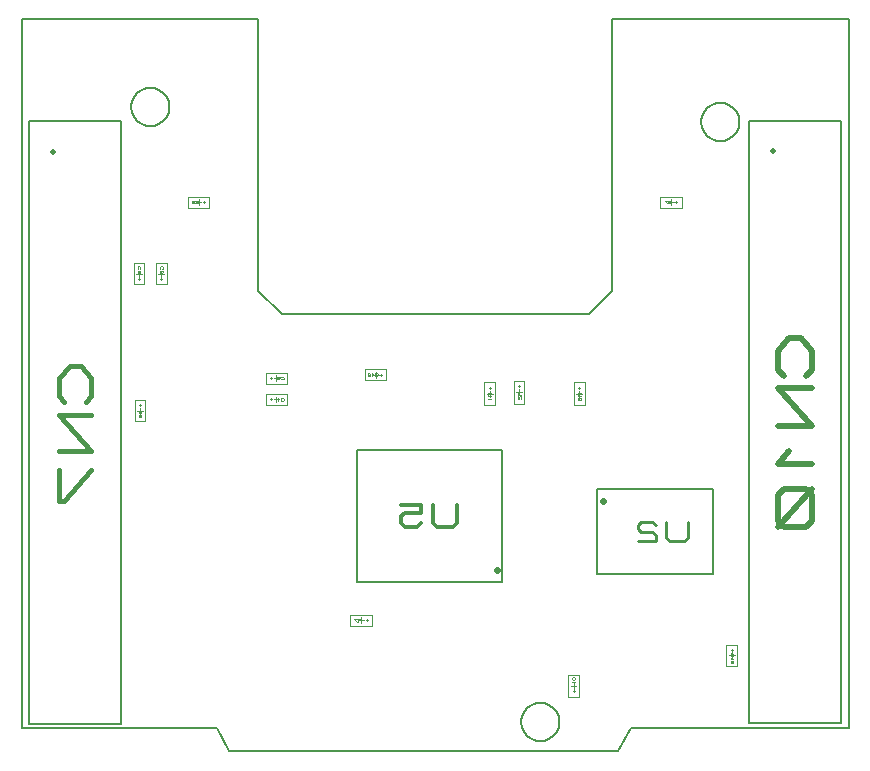
<source format=gbr>
G04 PROTEUS GERBER X2 FILE*
%TF.GenerationSoftware,Labcenter,Proteus,8.12-SP2-Build31155*%
%TF.CreationDate,2024-11-30T19:26:21+00:00*%
%TF.FileFunction,AssemblyDrawing,Bot*%
%TF.FilePolarity,Positive*%
%TF.Part,Single*%
%TF.SameCoordinates,{e6e8286e-83a0-46e7-8d5c-4e76f455a4ca}*%
%FSLAX45Y45*%
%MOMM*%
G01*
%TA.AperFunction,Profile*%
%ADD22C,0.203200*%
%TA.AperFunction,Material*%
%ADD25C,0.203200*%
%ADD61C,0.508000*%
%ADD62C,0.461430*%
%ADD63C,0.473190*%
%ADD54C,0.571500*%
%ADD64C,0.268350*%
%ADD55C,0.300520*%
%ADD57C,0.050000*%
%ADD58C,0.243840*%
%ADD65C,0.038320*%
%ADD59C,0.034990*%
%TD.AperFunction*%
D22*
X+0Y+0D02*
X+1650000Y+0D01*
X+7000000Y+0D02*
X+7000000Y+6000000D01*
X+5000000Y+6000000D01*
X+5000000Y+3700000D01*
X+4800000Y+3500000D01*
X+2200000Y+3500000D01*
X+2000000Y+3700000D02*
X+2000000Y+6000000D01*
X+0Y+6000000D01*
X+0Y+0D01*
X+2000000Y+3700000D02*
X+2200000Y+3500000D01*
X+5160000Y+0D02*
X+7000000Y+0D01*
X+1750000Y-200000D02*
X+5050000Y-200000D01*
X+1650000Y+0D02*
X+1750000Y-200000D01*
X+5160000Y+0D02*
X+5050000Y-200000D01*
X+4550045Y+50000D02*
X+4549508Y+63142D01*
X+4545144Y+89427D01*
X+4536029Y+115712D01*
X+4521182Y+141997D01*
X+4498470Y+168118D01*
X+4472185Y+187898D01*
X+4445900Y+200658D01*
X+4419615Y+208108D01*
X+4393330Y+210987D01*
X+4389000Y+211045D01*
X+4227955Y+50000D02*
X+4228492Y+63142D01*
X+4232856Y+89427D01*
X+4241971Y+115712D01*
X+4256818Y+141997D01*
X+4279530Y+168118D01*
X+4305815Y+187898D01*
X+4332100Y+200658D01*
X+4358385Y+208108D01*
X+4384670Y+210987D01*
X+4389000Y+211045D01*
X+4227955Y+50000D02*
X+4228492Y+36858D01*
X+4232856Y+10573D01*
X+4241971Y-15712D01*
X+4256818Y-41997D01*
X+4279530Y-68118D01*
X+4305815Y-87898D01*
X+4332100Y-100658D01*
X+4358385Y-108108D01*
X+4384670Y-110987D01*
X+4389000Y-111045D01*
X+4550045Y+50000D02*
X+4549508Y+36858D01*
X+4545144Y+10573D01*
X+4536029Y-15712D01*
X+4521182Y-41997D01*
X+4498470Y-68118D01*
X+4472185Y-87898D01*
X+4445900Y-100658D01*
X+4419615Y-108108D01*
X+4393330Y-110987D01*
X+4389000Y-111045D01*
X+6074045Y+5130000D02*
X+6073508Y+5143142D01*
X+6069144Y+5169427D01*
X+6060029Y+5195712D01*
X+6045182Y+5221997D01*
X+6022470Y+5248118D01*
X+5996185Y+5267898D01*
X+5969900Y+5280658D01*
X+5943615Y+5288108D01*
X+5917330Y+5290987D01*
X+5913000Y+5291045D01*
X+5751955Y+5130000D02*
X+5752492Y+5143142D01*
X+5756856Y+5169427D01*
X+5765971Y+5195712D01*
X+5780818Y+5221997D01*
X+5803530Y+5248118D01*
X+5829815Y+5267898D01*
X+5856100Y+5280658D01*
X+5882385Y+5288108D01*
X+5908670Y+5290987D01*
X+5913000Y+5291045D01*
X+5751955Y+5130000D02*
X+5752492Y+5116858D01*
X+5756856Y+5090573D01*
X+5765971Y+5064288D01*
X+5780818Y+5038003D01*
X+5803530Y+5011882D01*
X+5829815Y+4992102D01*
X+5856100Y+4979342D01*
X+5882385Y+4971892D01*
X+5908670Y+4969013D01*
X+5913000Y+4968955D01*
X+6074045Y+5130000D02*
X+6073508Y+5116858D01*
X+6069144Y+5090573D01*
X+6060029Y+5064288D01*
X+6045182Y+5038003D01*
X+6022470Y+5011882D01*
X+5996185Y+4992102D01*
X+5969900Y+4979342D01*
X+5943615Y+4971892D01*
X+5917330Y+4969013D01*
X+5913000Y+4968955D01*
X+1248045Y+5257000D02*
X+1247508Y+5270142D01*
X+1243144Y+5296427D01*
X+1234029Y+5322712D01*
X+1219182Y+5348997D01*
X+1196470Y+5375118D01*
X+1170185Y+5394898D01*
X+1143900Y+5407658D01*
X+1117615Y+5415108D01*
X+1091330Y+5417987D01*
X+1087000Y+5418045D01*
X+925955Y+5257000D02*
X+926492Y+5270142D01*
X+930856Y+5296427D01*
X+939971Y+5322712D01*
X+954818Y+5348997D01*
X+977530Y+5375118D01*
X+1003815Y+5394898D01*
X+1030100Y+5407658D01*
X+1056385Y+5415108D01*
X+1082670Y+5417987D01*
X+1087000Y+5418045D01*
X+925955Y+5257000D02*
X+926492Y+5243858D01*
X+930856Y+5217573D01*
X+939971Y+5191288D01*
X+954818Y+5165003D01*
X+977530Y+5138882D01*
X+1003815Y+5119102D01*
X+1030100Y+5106342D01*
X+1056385Y+5098892D01*
X+1082670Y+5096013D01*
X+1087000Y+5095955D01*
X+1248045Y+5257000D02*
X+1247508Y+5243858D01*
X+1243144Y+5217573D01*
X+1234029Y+5191288D01*
X+1219182Y+5165003D01*
X+1196470Y+5138882D01*
X+1170185Y+5119102D01*
X+1143900Y+5106342D01*
X+1117615Y+5098892D01*
X+1091330Y+5096013D01*
X+1087000Y+5095955D01*
D25*
X+59840Y+35840D02*
X+840160Y+35840D01*
X+840160Y+5136160D01*
X+59840Y+5136160D01*
X+59840Y+35840D01*
D61*
X+260000Y+4876000D02*
X+260000Y+4876000D01*
D62*
X+542288Y+2754691D02*
X+588432Y+2806603D01*
X+588432Y+2962339D01*
X+496144Y+3066162D01*
X+403856Y+3066162D01*
X+311568Y+2962339D01*
X+311568Y+2806603D01*
X+357712Y+2754691D01*
X+588432Y+2650867D02*
X+311568Y+2650867D01*
X+588432Y+2339396D01*
X+311568Y+2339396D01*
X+311568Y+2183661D02*
X+311568Y+1924101D01*
X+357712Y+1924101D01*
X+588432Y+2183661D01*
D25*
X+6155840Y+39840D02*
X+6936160Y+39840D01*
X+6936160Y+5140160D01*
X+6155840Y+5140160D01*
X+6155840Y+39840D01*
D61*
X+6356000Y+4880000D02*
X+6356000Y+4880000D01*
D63*
X+6640640Y+2979569D02*
X+6687960Y+3032804D01*
X+6687960Y+3192509D01*
X+6593320Y+3298978D01*
X+6498680Y+3298978D01*
X+6404040Y+3192509D01*
X+6404040Y+3032804D01*
X+6451360Y+2979569D01*
X+6687960Y+2873099D02*
X+6404040Y+2873099D01*
X+6687960Y+2553690D01*
X+6404040Y+2553690D01*
X+6498680Y+2340751D02*
X+6404040Y+2234281D01*
X+6687960Y+2234281D01*
X+6640640Y+2021341D02*
X+6451360Y+2021341D01*
X+6404040Y+1968107D01*
X+6404040Y+1755167D01*
X+6451360Y+1701932D01*
X+6640640Y+1701932D01*
X+6687960Y+1755167D01*
X+6687960Y+1968107D01*
X+6640640Y+2021341D01*
X+6687960Y+2021341D02*
X+6404040Y+1701932D01*
D25*
X+4872320Y+1298050D02*
X+5847680Y+1298050D01*
X+5847680Y+2021950D01*
X+4872320Y+2021950D01*
X+4872320Y+1298050D01*
D54*
X+4915500Y+1920350D02*
X+4915500Y+1920350D01*
D64*
X+5637392Y+1740505D02*
X+5637392Y+1606330D01*
X+5607203Y+1579495D01*
X+5486446Y+1579495D01*
X+5456256Y+1606330D01*
X+5456256Y+1740505D01*
X+5365688Y+1713670D02*
X+5335499Y+1740505D01*
X+5244931Y+1740505D01*
X+5214741Y+1713670D01*
X+5214741Y+1686835D01*
X+5244931Y+1660000D01*
X+5335499Y+1660000D01*
X+5365688Y+1633165D01*
X+5365688Y+1579495D01*
X+5214741Y+1579495D01*
D25*
X+2832820Y+1234000D02*
X+4062180Y+1234000D01*
X+4062180Y+2351600D01*
X+2832820Y+2351600D01*
X+2832820Y+1234000D01*
D54*
X+4019000Y+1335600D02*
X+4019000Y+1335600D01*
D55*
X+3682094Y+1882957D02*
X+3682094Y+1732695D01*
X+3648286Y+1702642D01*
X+3513050Y+1702642D01*
X+3479241Y+1732695D01*
X+3479241Y+1882957D01*
X+3208770Y+1882957D02*
X+3377815Y+1882957D01*
X+3377815Y+1822852D01*
X+3242579Y+1822852D01*
X+3208770Y+1792800D01*
X+3208770Y+1732695D01*
X+3242579Y+1702642D01*
X+3344006Y+1702642D01*
X+3377815Y+1732695D01*
D57*
X+4005000Y+2925000D02*
X+4005000Y+2735000D01*
X+3915000Y+2735000D01*
X+3915000Y+2925000D01*
X+4005000Y+2925000D01*
X+3935000Y+2830000D02*
X+3985000Y+2830000D01*
X+3960000Y+2805000D02*
X+3960000Y+2855000D01*
D58*
X+3960000Y+2880000D02*
X+3960000Y+2880000D01*
D65*
X+3971499Y+2834650D02*
X+3948501Y+2834650D01*
X+3948501Y+2813090D01*
X+3952334Y+2808778D01*
X+3956167Y+2808778D01*
X+3960000Y+2813090D01*
X+3960000Y+2834650D01*
X+3960000Y+2813090D02*
X+3963833Y+2808778D01*
X+3971499Y+2808778D01*
X+3956167Y+2791530D02*
X+3948501Y+2782906D01*
X+3971499Y+2782906D01*
D57*
X+4255000Y+2935000D02*
X+4255000Y+2745000D01*
X+4165000Y+2745000D01*
X+4165000Y+2935000D01*
X+4255000Y+2935000D01*
X+4185000Y+2840000D02*
X+4235000Y+2840000D01*
X+4210000Y+2815000D02*
X+4210000Y+2865000D01*
D58*
X+4210000Y+2890000D02*
X+4210000Y+2890000D01*
D65*
X+4221499Y+2844650D02*
X+4198501Y+2844650D01*
X+4198501Y+2823090D01*
X+4202334Y+2818778D01*
X+4206167Y+2818778D01*
X+4210000Y+2823090D01*
X+4210000Y+2844650D01*
X+4210000Y+2823090D02*
X+4213833Y+2818778D01*
X+4221499Y+2818778D01*
X+4202334Y+2805842D02*
X+4198501Y+2801530D01*
X+4198501Y+2788594D01*
X+4202334Y+2784282D01*
X+4206167Y+2784282D01*
X+4210000Y+2788594D01*
X+4210000Y+2801530D01*
X+4213833Y+2805842D01*
X+4221499Y+2805842D01*
X+4221499Y+2784282D01*
D57*
X+4765000Y+2925000D02*
X+4765000Y+2735000D01*
X+4675000Y+2735000D01*
X+4675000Y+2925000D01*
X+4765000Y+2925000D01*
X+4695000Y+2830000D02*
X+4745000Y+2830000D01*
X+4720000Y+2805000D02*
X+4720000Y+2855000D01*
D58*
X+4720000Y+2880000D02*
X+4720000Y+2880000D01*
D65*
X+4731499Y+2834650D02*
X+4708501Y+2834650D01*
X+4708501Y+2813090D01*
X+4712334Y+2808778D01*
X+4716167Y+2808778D01*
X+4720000Y+2813090D01*
X+4720000Y+2834650D01*
X+4720000Y+2813090D02*
X+4723833Y+2808778D01*
X+4731499Y+2808778D01*
X+4712334Y+2795842D02*
X+4708501Y+2791530D01*
X+4708501Y+2778594D01*
X+4712334Y+2774282D01*
X+4716167Y+2774282D01*
X+4720000Y+2778594D01*
X+4723833Y+2774282D01*
X+4727666Y+2774282D01*
X+4731499Y+2778594D01*
X+4731499Y+2791530D01*
X+4727666Y+2795842D01*
X+4720000Y+2787218D02*
X+4720000Y+2778594D01*
D57*
X+2065000Y+2825000D02*
X+2245000Y+2825000D01*
X+2245000Y+2735000D01*
X+2065000Y+2735000D01*
X+2065000Y+2825000D01*
X+2155000Y+2755000D02*
X+2155000Y+2805000D01*
X+2180000Y+2780000D02*
X+2130000Y+2780000D01*
D58*
X+2110000Y+2780000D02*
X+2110000Y+2780000D01*
D59*
X+2192720Y+2773000D02*
X+2196657Y+2769501D01*
X+2208468Y+2769501D01*
X+2216342Y+2776500D01*
X+2216342Y+2783499D01*
X+2208468Y+2790498D01*
X+2196657Y+2790498D01*
X+2192720Y+2786999D01*
X+2176972Y+2783499D02*
X+2169098Y+2790498D01*
X+2169098Y+2769501D01*
D57*
X+2065000Y+3005000D02*
X+2245000Y+3005000D01*
X+2245000Y+2915000D01*
X+2065000Y+2915000D01*
X+2065000Y+3005000D01*
X+2155000Y+2935000D02*
X+2155000Y+2985000D01*
X+2180000Y+2960000D02*
X+2130000Y+2960000D01*
D58*
X+2110000Y+2960000D02*
X+2110000Y+2960000D01*
D59*
X+2192720Y+2953000D02*
X+2196657Y+2949501D01*
X+2208468Y+2949501D01*
X+2216342Y+2956500D01*
X+2216342Y+2963499D01*
X+2208468Y+2970498D01*
X+2196657Y+2970498D01*
X+2192720Y+2966999D01*
X+2161224Y+2963499D02*
X+2165161Y+2960000D01*
X+2176972Y+2960000D01*
X+2180909Y+2963499D01*
X+2180909Y+2966999D01*
X+2176972Y+2970498D01*
X+2165161Y+2970498D01*
X+2161224Y+2966999D01*
X+2161224Y+2953000D01*
X+2165161Y+2949501D01*
X+2176972Y+2949501D01*
D57*
X+945000Y+3755000D02*
X+945000Y+3935000D01*
X+1035000Y+3935000D01*
X+1035000Y+3755000D01*
X+945000Y+3755000D01*
X+1015000Y+3845000D02*
X+965000Y+3845000D01*
X+990000Y+3870000D02*
X+990000Y+3820000D01*
D58*
X+990000Y+3800000D02*
X+990000Y+3800000D01*
D59*
X+997000Y+3882720D02*
X+1000499Y+3886657D01*
X+1000499Y+3898468D01*
X+993500Y+3906342D01*
X+986501Y+3906342D01*
X+979502Y+3898468D01*
X+979502Y+3886657D01*
X+983001Y+3882720D01*
X+983001Y+3870909D02*
X+979502Y+3866972D01*
X+979502Y+3855161D01*
X+983001Y+3851224D01*
X+986501Y+3851224D01*
X+990000Y+3855161D01*
X+990000Y+3866972D01*
X+993500Y+3870909D01*
X+1000499Y+3870909D01*
X+1000499Y+3851224D01*
D57*
X+1135000Y+3755000D02*
X+1135000Y+3935000D01*
X+1225000Y+3935000D01*
X+1225000Y+3755000D01*
X+1135000Y+3755000D01*
X+1205000Y+3845000D02*
X+1155000Y+3845000D01*
X+1180000Y+3870000D02*
X+1180000Y+3820000D01*
D58*
X+1180000Y+3800000D02*
X+1180000Y+3800000D01*
D59*
X+1187000Y+3882720D02*
X+1190499Y+3886657D01*
X+1190499Y+3898468D01*
X+1183500Y+3906342D01*
X+1176501Y+3906342D01*
X+1169502Y+3898468D01*
X+1169502Y+3886657D01*
X+1173001Y+3882720D01*
X+1169502Y+3851224D02*
X+1169502Y+3870909D01*
X+1176501Y+3870909D01*
X+1176501Y+3855161D01*
X+1180000Y+3851224D01*
X+1187000Y+3851224D01*
X+1190499Y+3855161D01*
X+1190499Y+3866972D01*
X+1187000Y+3870909D01*
D57*
X+1045000Y+2775000D02*
X+1045000Y+2595000D01*
X+955000Y+2595000D01*
X+955000Y+2775000D01*
X+1045000Y+2775000D01*
X+975000Y+2685000D02*
X+1025000Y+2685000D01*
X+1000000Y+2660000D02*
X+1000000Y+2710000D01*
D58*
X+1000000Y+2730000D02*
X+1000000Y+2730000D01*
D59*
X+1007000Y+2663028D02*
X+1010499Y+2666965D01*
X+1010499Y+2678776D01*
X+1003500Y+2686650D01*
X+996501Y+2686650D01*
X+989502Y+2678776D01*
X+989502Y+2666965D01*
X+993001Y+2663028D01*
X+993001Y+2631532D02*
X+989502Y+2635469D01*
X+989502Y+2647280D01*
X+993001Y+2651217D01*
X+1007000Y+2651217D01*
X+1010499Y+2647280D01*
X+1010499Y+2635469D01*
X+1007000Y+2631532D01*
X+1003500Y+2631532D01*
X+1000000Y+2635469D01*
X+1000000Y+2651217D01*
D57*
X+5585000Y+4405000D02*
X+5405000Y+4405000D01*
X+5405000Y+4495000D01*
X+5585000Y+4495000D01*
X+5585000Y+4405000D01*
X+5495000Y+4475000D02*
X+5495000Y+4425000D01*
X+5470000Y+4450000D02*
X+5520000Y+4450000D01*
D58*
X+5540000Y+4450000D02*
X+5540000Y+4450000D01*
D59*
X+5473028Y+4443000D02*
X+5476965Y+4439501D01*
X+5488776Y+4439501D01*
X+5496650Y+4446500D01*
X+5496650Y+4453499D01*
X+5488776Y+4460498D01*
X+5476965Y+4460498D01*
X+5473028Y+4456999D01*
X+5461217Y+4460498D02*
X+5441532Y+4460498D01*
X+5441532Y+4456999D01*
X+5461217Y+4439501D01*
D57*
X+1585000Y+4405000D02*
X+1405000Y+4405000D01*
X+1405000Y+4495000D01*
X+1585000Y+4495000D01*
X+1585000Y+4405000D01*
X+1495000Y+4475000D02*
X+1495000Y+4425000D01*
X+1470000Y+4450000D02*
X+1520000Y+4450000D01*
D58*
X+1540000Y+4450000D02*
X+1540000Y+4450000D01*
D59*
X+1473028Y+4443000D02*
X+1476965Y+4439501D01*
X+1488776Y+4439501D01*
X+1496650Y+4446500D01*
X+1496650Y+4453499D01*
X+1488776Y+4460498D01*
X+1476965Y+4460498D01*
X+1473028Y+4456999D01*
X+1461217Y+4456999D02*
X+1457280Y+4460498D01*
X+1445469Y+4460498D01*
X+1441532Y+4456999D01*
X+1441532Y+4453499D01*
X+1445469Y+4450000D01*
X+1441532Y+4446500D01*
X+1441532Y+4443000D01*
X+1445469Y+4439501D01*
X+1457280Y+4439501D01*
X+1461217Y+4443000D01*
X+1453343Y+4450000D02*
X+1445469Y+4450000D01*
D57*
X+2965000Y+865000D02*
X+2775000Y+865000D01*
X+2775000Y+955000D01*
X+2965000Y+955000D01*
X+2965000Y+865000D01*
X+2870000Y+935000D02*
X+2870000Y+885000D01*
X+2845000Y+910000D02*
X+2895000Y+910000D01*
D58*
X+2920000Y+910000D02*
X+2920000Y+910000D01*
D65*
X+2874650Y+898501D02*
X+2874650Y+921499D01*
X+2853090Y+921499D01*
X+2848778Y+917666D01*
X+2848778Y+913833D01*
X+2853090Y+910000D01*
X+2874650Y+910000D01*
X+2853090Y+910000D02*
X+2848778Y+906167D01*
X+2848778Y+898501D01*
X+2835842Y+921499D02*
X+2814282Y+921499D01*
X+2814282Y+917666D01*
X+2835842Y+898501D01*
D57*
X+6055000Y+705000D02*
X+6055000Y+525000D01*
X+5965000Y+525000D01*
X+5965000Y+705000D01*
X+6055000Y+705000D01*
X+5985000Y+615000D02*
X+6035000Y+615000D01*
X+6010000Y+590000D02*
X+6010000Y+640000D01*
D58*
X+6010000Y+660000D02*
X+6010000Y+660000D01*
D59*
X+6017000Y+608776D02*
X+6020499Y+612713D01*
X+6020499Y+624524D01*
X+6013500Y+632398D01*
X+6006501Y+632398D01*
X+5999502Y+624524D01*
X+5999502Y+612713D01*
X+6003001Y+608776D01*
X+6006501Y+593028D02*
X+5999502Y+585154D01*
X+6020499Y+585154D01*
X+6017000Y+569406D02*
X+6003001Y+569406D01*
X+5999502Y+565469D01*
X+5999502Y+549721D01*
X+6003001Y+545784D01*
X+6017000Y+545784D01*
X+6020499Y+549721D01*
X+6020499Y+565469D01*
X+6017000Y+569406D01*
X+6020499Y+569406D02*
X+5999502Y+545784D01*
D57*
X+4625000Y+265000D02*
X+4625000Y+445000D01*
X+4715000Y+445000D01*
X+4715000Y+265000D01*
X+4625000Y+265000D01*
X+4695000Y+355000D02*
X+4645000Y+355000D01*
X+4670000Y+380000D02*
X+4670000Y+330000D01*
D58*
X+4670000Y+310000D02*
X+4670000Y+310000D01*
D59*
X+4677000Y+408468D02*
X+4680499Y+412405D01*
X+4680499Y+424216D01*
X+4673500Y+432090D01*
X+4666501Y+432090D01*
X+4659502Y+424216D01*
X+4659502Y+412405D01*
X+4663001Y+408468D01*
X+4666501Y+392720D02*
X+4659502Y+384846D01*
X+4680499Y+384846D01*
X+4666501Y+361224D02*
X+4659502Y+353350D01*
X+4680499Y+353350D01*
D57*
X+3085000Y+2945000D02*
X+2905000Y+2945000D01*
X+2905000Y+3035000D01*
X+3085000Y+3035000D01*
X+3085000Y+2945000D01*
X+2995000Y+3015000D02*
X+2995000Y+2965000D01*
X+2970000Y+2990000D02*
X+3020000Y+2990000D01*
D58*
X+3040000Y+2990000D02*
X+3040000Y+2990000D01*
D59*
X+2988776Y+2983000D02*
X+2992713Y+2979501D01*
X+3004524Y+2979501D01*
X+3012398Y+2986500D01*
X+3012398Y+2993499D01*
X+3004524Y+3000498D01*
X+2992713Y+3000498D01*
X+2988776Y+2996999D01*
X+2973028Y+2993499D02*
X+2965154Y+3000498D01*
X+2965154Y+2979501D01*
X+2945469Y+2996999D02*
X+2941532Y+3000498D01*
X+2929721Y+3000498D01*
X+2925784Y+2996999D01*
X+2925784Y+2993499D01*
X+2929721Y+2990000D01*
X+2941532Y+2990000D01*
X+2945469Y+2986500D01*
X+2945469Y+2979501D01*
X+2925784Y+2979501D01*
M02*

</source>
